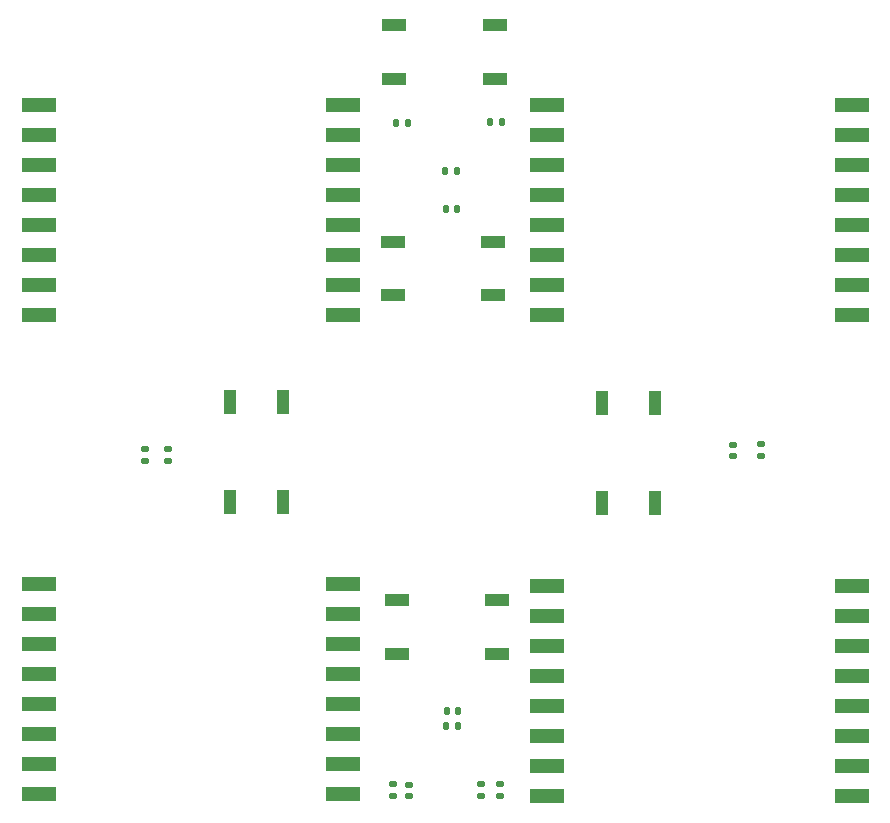
<source format=gbr>
%TF.GenerationSoftware,KiCad,Pcbnew,(6.0.7)*%
%TF.CreationDate,2022-08-29T18:43:20+02:00*%
%TF.ProjectId,UNIclicker,554e4963-6c69-4636-9b65-722e6b696361,rev?*%
%TF.SameCoordinates,Original*%
%TF.FileFunction,Paste,Bot*%
%TF.FilePolarity,Positive*%
%FSLAX46Y46*%
G04 Gerber Fmt 4.6, Leading zero omitted, Abs format (unit mm)*
G04 Created by KiCad (PCBNEW (6.0.7)) date 2022-08-29 18:43:20*
%MOMM*%
%LPD*%
G01*
G04 APERTURE LIST*
G04 Aperture macros list*
%AMRoundRect*
0 Rectangle with rounded corners*
0 $1 Rounding radius*
0 $2 $3 $4 $5 $6 $7 $8 $9 X,Y pos of 4 corners*
0 Add a 4 corners polygon primitive as box body*
4,1,4,$2,$3,$4,$5,$6,$7,$8,$9,$2,$3,0*
0 Add four circle primitives for the rounded corners*
1,1,$1+$1,$2,$3*
1,1,$1+$1,$4,$5*
1,1,$1+$1,$6,$7*
1,1,$1+$1,$8,$9*
0 Add four rect primitives between the rounded corners*
20,1,$1+$1,$2,$3,$4,$5,0*
20,1,$1+$1,$4,$5,$6,$7,0*
20,1,$1+$1,$6,$7,$8,$9,0*
20,1,$1+$1,$8,$9,$2,$3,0*%
G04 Aperture macros list end*
%ADD10RoundRect,0.147500X0.172500X-0.147500X0.172500X0.147500X-0.172500X0.147500X-0.172500X-0.147500X0*%
%ADD11RoundRect,0.135000X0.135000X0.185000X-0.135000X0.185000X-0.135000X-0.185000X0.135000X-0.185000X0*%
%ADD12RoundRect,0.147500X0.147500X0.172500X-0.147500X0.172500X-0.147500X-0.172500X0.147500X-0.172500X0*%
%ADD13RoundRect,0.147500X-0.147500X-0.172500X0.147500X-0.172500X0.147500X0.172500X-0.147500X0.172500X0*%
%ADD14RoundRect,0.135000X0.185000X-0.135000X0.185000X0.135000X-0.185000X0.135000X-0.185000X-0.135000X0*%
%ADD15R,2.159000X1.016000*%
%ADD16R,1.016000X2.159000*%
%ADD17R,3.000000X1.300000*%
%ADD18RoundRect,0.135000X-0.135000X-0.185000X0.135000X-0.185000X0.135000X0.185000X-0.135000X0.185000X0*%
%ADD19RoundRect,0.135000X-0.185000X0.135000X-0.185000X-0.135000X0.185000X-0.135000X0.185000X0.135000X0*%
G04 APERTURE END LIST*
D10*
%TO.C,LED5*%
X81950000Y-57535000D03*
X81950000Y-56565000D03*
%TD*%
D11*
%TO.C,R29*%
X58535000Y-33375000D03*
X57515000Y-33375000D03*
%TD*%
D12*
%TO.C,LED4*%
X58585000Y-36600000D03*
X57615000Y-36600000D03*
%TD*%
D10*
%TO.C,LED1*%
X54525000Y-86335000D03*
X54525000Y-85365000D03*
%TD*%
D13*
%TO.C,LED6*%
X57690000Y-79075000D03*
X58660000Y-79075000D03*
%TD*%
D14*
%TO.C,R31*%
X84300000Y-57535000D03*
X84300000Y-56515000D03*
%TD*%
D15*
%TO.C,T2*%
X53150000Y-43875000D03*
X61650000Y-43875000D03*
X53150000Y-39375000D03*
X61650000Y-39375000D03*
%TD*%
D10*
%TO.C,LED2*%
X60575000Y-86310000D03*
X60575000Y-85340000D03*
%TD*%
D16*
%TO.C,T1*%
X43875000Y-61450000D03*
X43875000Y-52950000D03*
X39375000Y-61450000D03*
X39375000Y-52950000D03*
%TD*%
D17*
%TO.C,MIKROBUS4*%
X23170000Y-86115000D03*
X23170000Y-83575000D03*
X23170000Y-81035000D03*
X23170000Y-78495000D03*
X23170000Y-75955000D03*
X23170000Y-73415000D03*
X23170000Y-70875000D03*
X23170000Y-68335000D03*
X48930000Y-68335000D03*
X48930000Y-70875000D03*
X48930000Y-73415000D03*
X48930000Y-75955000D03*
X48930000Y-78495000D03*
X48930000Y-81035000D03*
X48930000Y-83575000D03*
X48930000Y-86115000D03*
%TD*%
D14*
%TO.C,R30*%
X32150000Y-57935000D03*
X32150000Y-56915000D03*
%TD*%
D18*
%TO.C,R32*%
X57665000Y-80425000D03*
X58685000Y-80425000D03*
%TD*%
D10*
%TO.C,LED3*%
X34085000Y-57935000D03*
X34085000Y-56965000D03*
%TD*%
D15*
%TO.C,T4*%
X61975000Y-69750000D03*
X53475000Y-69750000D03*
X61975000Y-74250000D03*
X53475000Y-74250000D03*
%TD*%
D16*
%TO.C,T3*%
X70850000Y-53025000D03*
X70850000Y-61525000D03*
X75350000Y-53025000D03*
X75350000Y-61525000D03*
%TD*%
D14*
%TO.C,R3*%
X62175000Y-86335000D03*
X62175000Y-85315000D03*
%TD*%
D19*
%TO.C,R15*%
X53125000Y-85315000D03*
X53125000Y-86335000D03*
%TD*%
D17*
%TO.C,MIKROBUS2*%
X48930000Y-27835000D03*
X48930000Y-30375000D03*
X48930000Y-32915000D03*
X48930000Y-35455000D03*
X48930000Y-37995000D03*
X48930000Y-40535000D03*
X48930000Y-43075000D03*
X48930000Y-45615000D03*
X23170000Y-45615000D03*
X23170000Y-43075000D03*
X23170000Y-40535000D03*
X23170000Y-37995000D03*
X23170000Y-35455000D03*
X23170000Y-32915000D03*
X23170000Y-30375000D03*
X23170000Y-27835000D03*
%TD*%
%TO.C,MIKROBUS3*%
X66220000Y-86290000D03*
X66220000Y-83750000D03*
X66220000Y-81210000D03*
X66220000Y-78670000D03*
X66220000Y-76130000D03*
X66220000Y-73590000D03*
X66220000Y-71050000D03*
X66220000Y-68510000D03*
X91980000Y-68510000D03*
X91980000Y-71050000D03*
X91980000Y-73590000D03*
X91980000Y-76130000D03*
X91980000Y-78670000D03*
X91980000Y-81210000D03*
X91980000Y-83750000D03*
X91980000Y-86290000D03*
%TD*%
D11*
%TO.C,R43*%
X62360000Y-29275000D03*
X61340000Y-29275000D03*
%TD*%
D17*
%TO.C,MIKROBUS1*%
X91980000Y-27835000D03*
X91980000Y-30375000D03*
X91980000Y-32915000D03*
X91980000Y-35455000D03*
X91980000Y-37995000D03*
X91980000Y-40535000D03*
X91980000Y-43075000D03*
X91980000Y-45615000D03*
X66220000Y-45615000D03*
X66220000Y-43075000D03*
X66220000Y-40535000D03*
X66220000Y-37995000D03*
X66220000Y-35455000D03*
X66220000Y-32915000D03*
X66220000Y-30375000D03*
X66220000Y-27835000D03*
%TD*%
D15*
%TO.C,T5*%
X61775000Y-21075000D03*
X53275000Y-21075000D03*
X61775000Y-25575000D03*
X53275000Y-25575000D03*
%TD*%
D18*
%TO.C,R42*%
X53440000Y-29325000D03*
X54460000Y-29325000D03*
%TD*%
M02*

</source>
